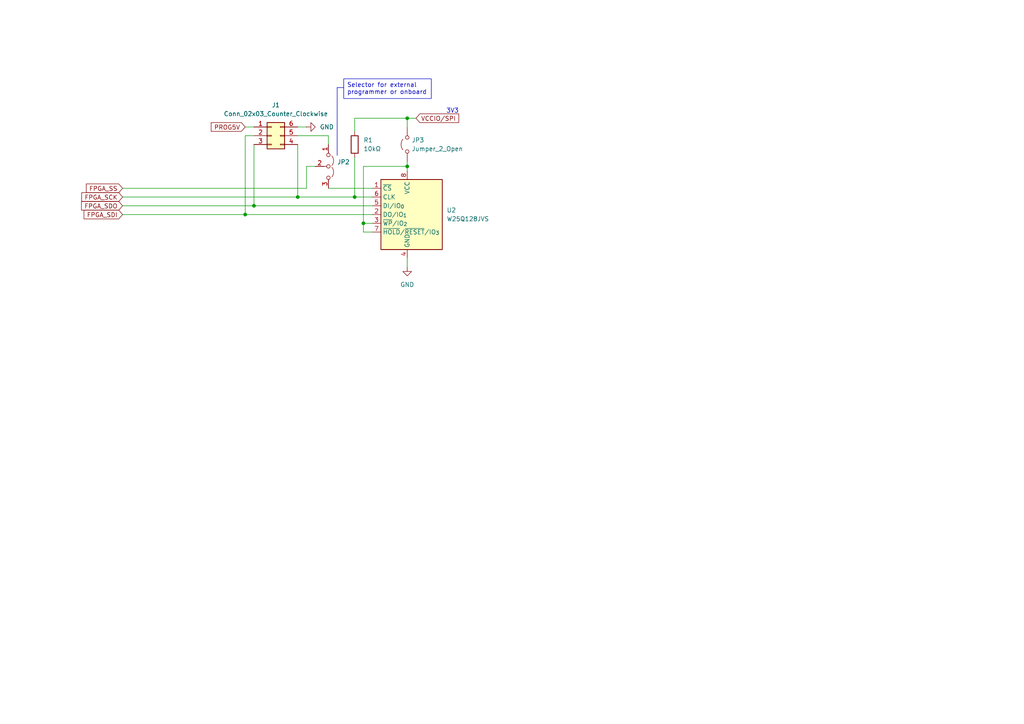
<source format=kicad_sch>
(kicad_sch (version 20250114) (generator "eeschema") (generator_version "9.0")
  (paper "A4")
  (lib_symbols
    (symbol "Connector_Generic:Conn_02x03_Counter_Clockwise" (pin_names (offset 1.016) (hide yes))
      (property "Reference" "J" (at 1.27 5.08 0))
      (property "Value" "Conn_02x03_Counter_Clockwise" (at 1.27 -5.08 0))
      (symbol "Conn_02x03_Counter_Clockwise_1_1"
        (rectangle (start -1.27 3.81) (end 3.81 -3.81) (stroke (width 0.254)) (fill (type background)))
        (rectangle (start -1.27 2.667) (end 0 2.413) (stroke (width 0.1524)))
        (rectangle (start -1.27 0.127) (end 0 -0.127) (stroke (width 0.1524)))
        (rectangle (start -1.27 -2.413) (end 0 -2.667) (stroke (width 0.1524)))
        (rectangle (start 3.81 2.667) (end 2.54 2.413) (stroke (width 0.1524)))
        (rectangle (start 3.81 0.127) (end 2.54 -0.127) (stroke (width 0.1524)))
        (rectangle (start 3.81 -2.413) (end 2.54 -2.667) (stroke (width 0.1524)))
        (pin passive line (at -5.08 2.54 0) (length 3.81) (name "Pin_1") (number "1"))
        (pin passive line (at -5.08 0 0) (length 3.81) (name "Pin_2") (number "2"))
        (pin passive line (at -5.08 -2.54 0) (length 3.81) (name "Pin_3") (number "3"))
        (pin passive line (at 7.62 2.54 180) (length 3.81) (name "Pin_6") (number "6"))
        (pin passive line (at 7.62 0 180) (length 3.81) (name "Pin_5") (number "5"))
        (pin passive line (at 7.62 -2.54 180) (length 3.81) (name "Pin_4") (number "4"))
      )
    )
    (symbol "Device:R" (pin_numbers (hide yes)) (pin_names (offset 0))
      (property "Reference" "R" (at 2.032 0 90))
      (property "Value" "R" (at 0 0 90))
      (symbol "R_0_1"
        (rectangle (start -1.016 -2.54) (end 1.016 2.54) (stroke (width 0.254)))
      )
      (symbol "R_1_1"
        (pin passive line (at 0 3.81 270) (length 1.27) (name "~") (number "1"))
        (pin passive line (at 0 -3.81 90) (length 1.27) (name "~") (number "2"))
      )
    )
    (symbol "Jumper:Jumper_2_Open" (pin_numbers (hide yes)) (pin_names (offset 0) (hide yes))
      (property "Reference" "JP" (at 0 2.794 0))
      (property "Value" "Jumper_2_Open" (at 0 -2.286 0))
      (symbol "Jumper_2_Open_0_0"
        (circle (center -2.032 0) (radius 0.508))
        (circle (center 2.032 0) (radius 0.508))
      )
      (symbol "Jumper_2_Open_0_1"
        (arc (start -1.524 1.27) (mid 0 1.778) (end 1.524 1.27))
      )
      (symbol "Jumper_2_Open_1_1"
        (pin passive line (at -5.08 0 0) (length 2.54) (name "A") (number "1"))
        (pin passive line (at 5.08 0 180) (length 2.54) (name "B") (number "2"))
      )
    )
    (symbol "Jumper:Jumper_3_Open" (pin_names (offset 0) (hide yes)) (in_bom no)
      (property "Reference" "JP" (at -2.54 -2.54 0))
      (property "Value" "Jumper_3_Open" (at 0 2.794 0))
      (symbol "Jumper_3_Open_0_0"
        (circle (center -3.302 0) (radius 0.508))
        (circle (center 0 0) (radius 0.508))
        (circle (center 3.302 0) (radius 0.508))
      )
      (symbol "Jumper_3_Open_0_1"
        (arc (start -3.048 1.016) (mid -1.651 1.4992) (end -0.254 1.016))
        (polyline (pts (xy 0 -0.508) (xy 0 -1.27)))
        (arc (start 0.254 1.016) (mid 1.651 1.4992) (end 3.048 1.016))
      )
      (symbol "Jumper_3_Open_1_1"
        (pin passive line (at -6.35 0 0) (length 2.54) (name "A") (number "1"))
        (pin passive line (at 0 -3.81 90) (length 2.54) (name "C") (number "2"))
        (pin passive line (at 6.35 0 180) (length 2.54) (name "B") (number "3"))
      )
    )
    (symbol "Memory_Flash:W25Q128JVS"
      (property "Reference" "U" (at -6.35 11.43 0))
      (property "Value" "W25Q128JVS" (at 7.62 11.43 0))
      (symbol "W25Q128JVS_0_1"
        (rectangle (start -7.62 10.16) (end 10.16 -10.16) (stroke (width 0.254)) (fill (type background)))
      )
      (symbol "W25Q128JVS_1_1"
        (pin input line (at -10.16 7.62 0) (length 2.54) (name "~{CS}") (number "1"))
        (pin input line (at -10.16 5.08 0) (length 2.54) (name "CLK") (number "6"))
        (pin bidirectional line (at -10.16 2.54 0) (length 2.54) (name "DI/IO_{0}") (number "5"))
        (pin bidirectional line (at -10.16 0 0) (length 2.54) (name "DO/IO_{1}") (number "2"))
        (pin bidirectional line (at -10.16 -2.54 0) (length 2.54) (name "~{WP}/IO_{2}") (number "3"))
        (pin bidirectional line (at -10.16 -5.08 0) (length 2.54) (name "~{HOLD}/~{RESET}/IO_{3}") (number "7"))
        (pin power_in line (at 0 12.7 270) (length 2.54) (name "VCC") (number "8"))
        (pin power_in line (at 0 -12.7 90) (length 2.54) (name "GND") (number "4"))
      )
    )
    (symbol "power:GND" (power) (pin_numbers (hide yes)) (pin_names (offset 0) (hide yes))
      (property "Value" "GND" (at 0 -3.81 0))
      (symbol "GND_0_1"
        (polyline (pts (xy 0 0) (xy 0 -1.27) (xy 1.27 -1.27) (xy 0 -2.54) (xy -1.27 -1.27) (xy 0 -1.27)))
      )
      (symbol "GND_1_1"
        (pin power_in line (at 0 0 270) (length 0) (name "~") (number "1"))
      )
    )
  )
  (text "3V3" (at 133.096 32.258 0) (effects (font (size 1.27 1.27)) (justify right)))
  (text_box "Selector for external programmer or onboard" (at 99.695 22.86 0) (size 25.4 5.715) (margins 0.9525 0.9525 0.9525 0.9525) (effects (font (size 1.27 1.27)) (justify left top)))
  (junction (at 118.11 34.29))
  (junction (at 105.41 64.77))
  (junction (at 71.12 62.23))
  (junction (at 102.87 57.15))
  (junction (at 73.66 59.69))
  (junction (at 118.11 48.26))
  (junction (at 86.36 57.15))
  (polyline (pts (xy 97.79 25.4) (xy 99.695 25.4)))
  (wire (pts (xy 105.41 67.31) (xy 107.95 67.31)))
  (wire (pts (xy 71.12 36.83) (xy 73.66 36.83)))
  (wire (pts (xy 102.87 57.15) (xy 107.95 57.15)))
  (polyline (pts (xy 97.79 45.085) (xy 97.79 25.4)))
  (wire (pts (xy 118.11 74.93) (xy 118.11 77.47)))
  (wire (pts (xy 102.87 45.72) (xy 102.87 57.15)))
  (wire (pts (xy 35.56 54.61) (xy 88.9 54.61)))
  (wire (pts (xy 71.12 62.23) (xy 107.95 62.23)))
  (wire (pts (xy 73.66 39.37) (xy 71.12 39.37)))
  (wire (pts (xy 118.11 48.26) (xy 118.11 49.53)))
  (wire (pts (xy 86.36 39.37) (xy 95.25 39.37)))
  (wire (pts (xy 86.36 36.83) (xy 88.9 36.83)))
  (wire (pts (xy 73.66 41.91) (xy 73.66 59.69)))
  (wire (pts (xy 35.56 57.15) (xy 86.36 57.15)))
  (wire (pts (xy 105.41 64.77) (xy 105.41 67.31)))
  (wire (pts (xy 95.25 39.37) (xy 95.25 41.91)))
  (wire (pts (xy 118.11 34.29) (xy 120.65 34.29)))
  (wire (pts (xy 105.41 48.26) (xy 118.11 48.26)))
  (wire (pts (xy 73.66 59.69) (xy 107.95 59.69)))
  (wire (pts (xy 105.41 48.26) (xy 105.41 64.77)))
  (wire (pts (xy 35.56 59.69) (xy 73.66 59.69)))
  (wire (pts (xy 86.36 41.91) (xy 86.36 57.15)))
  (wire (pts (xy 86.36 57.15) (xy 102.87 57.15)))
  (wire (pts (xy 88.9 54.61) (xy 88.9 48.26)))
  (wire (pts (xy 88.9 48.26) (xy 91.44 48.26)))
  (wire (pts (xy 118.11 46.99) (xy 118.11 48.26)))
  (wire (pts (xy 35.56 62.23) (xy 71.12 62.23)))
  (wire (pts (xy 105.41 64.77) (xy 107.95 64.77)))
  (wire (pts (xy 95.25 54.61) (xy 107.95 54.61)))
  (wire (pts (xy 118.11 36.83) (xy 118.11 34.29)))
  (wire (pts (xy 71.12 39.37) (xy 71.12 62.23)))
  (wire (pts (xy 102.87 34.29) (xy 118.11 34.29)))
  (wire (pts (xy 102.87 34.29) (xy 102.87 38.1)))
  (global_label "PROG5V" (shape input) (at 71.12 36.83 180) (property "Intersheetrefs" "${INTERSHEET_REFS}" (effects (hide yes))))
  (global_label "VCCIO{slash}SPI" (shape input) (at 120.65 34.29 0) (property "Intersheetrefs" "${INTERSHEET_REFS}" (effects (hide yes))))
  (global_label "FPGA_SCK" (shape input) (at 35.56 57.15 180) (property "Intersheetrefs" "${INTERSHEET_REFS}" (effects (hide yes))))
  (global_label "FPGA_SDI" (shape input) (at 35.56 62.23 180) (property "Intersheetrefs" "${INTERSHEET_REFS}" (effects (hide yes))))
  (global_label "FPGA_SDO" (shape input) (at 35.56 59.69 180) (property "Intersheetrefs" "${INTERSHEET_REFS}" (effects (hide yes))))
  (global_label "FPGA_SS" (shape input) (at 35.56 54.61 180) (property "Intersheetrefs" "${INTERSHEET_REFS}" (effects (hide yes))))
  (symbol (lib_id "power:GND") (at 118.11 77.47 0) (unit 1)
    (property "Reference" "#PWR015" (effects (hide yes)))
    (property "Value" "GND" (at 118.11 82.55 0))
    (property "Description" "Power symbol creates a global label with name \"GND\" , ground" (effects (hide yes)))
  )
  (symbol (lib_id "Memory_Flash:W25Q128JVS") (at 118.11 62.23 0) (unit 1)
    (property "Reference" "U2" (at 129.54 60.9599 0) (effects (justify left)))
    (property "Value" "W25Q128JVS" (at 129.54 63.4999 0) (effects (justify left)))
    (property "Footprint" "Package_SO:SOIC-8_5.3x5.3mm_P1.27mm" (effects (hide yes)))
    (property "Datasheet" "https://www.winbond.com/resource-files/w25q128jv_dtr%20revc%2003272018%20plus.pdf" (effects (hide yes)))
    (property "Description" "128Mbit / 16MiB Serial Flash Memory, Standard/Dual/Quad SPI, 2.7-3.6V, SOIC-8" (effects (hide yes)))
    (property "LCSC" "C2613930" (effects (hide yes)))
  )
  (symbol (lib_id "Jumper:Jumper_3_Open") (at 95.25 48.26 270) (unit 1) (in_bom no)
    (property "Reference" "JP2" (at 97.79 46.9899 90) (effects (justify left)))
    (property "Value" "Jumper_3_Open" (effects (hide yes)))
    (property "Footprint" "Connector_PinSocket_2.54mm:PinSocket_1x03_P2.54mm_Vertical" (effects (hide yes)))
    (property "Description" "Jumper, 3-pole, both open" (effects (hide yes)))
  )
  (symbol (lib_id "Device:R") (at 102.87 41.91 0) (unit 1)
    (property "Reference" "R1" (at 105.41 40.6399 0) (effects (justify left)))
    (property "Value" "10kΩ" (at 105.41 43.1799 0) (effects (justify left)))
    (property "Footprint" "Resistor_SMD:R_0603_1608Metric" (effects (hide yes)))
    (property "Description" "Resistor" (effects (hide yes)))
    (property "LCSC" "C25804" (effects (hide yes)))
  )
  (symbol (lib_id "power:GND") (at 88.9 36.83 90) (unit 1)
    (property "Reference" "#PWR024" (effects (hide yes)))
    (property "Value" "GND" (at 92.7567 36.8299 90) (effects (justify right)))
    (property "Description" "Power symbol creates a global label with name \"GND\" , ground" (effects (hide yes)))
  )
  (symbol (lib_id "Jumper:Jumper_2_Open") (at 118.11 41.91 90) (unit 1)
    (property "Reference" "JP3" (at 119.38 40.6399 90) (effects (justify right)))
    (property "Value" "Jumper_2_Open" (at 119.38 43.1799 90) (effects (justify right)))
    (property "Footprint" "Connector_PinSocket_2.54mm:PinSocket_1x02_P2.54mm_Vertical" (effects (hide yes)))
    (property "Description" "Jumper, 2-pole, open" (effects (hide yes)))
  )
  (symbol (lib_id "Connector_Generic:Conn_02x03_Counter_Clockwise") (at 78.74 39.37 0) (unit 1)
    (property "Reference" "J1" (at 80.01 30.48 0))
    (property "Value" "Conn_02x03_Counter_Clockwise" (at 80.01 33.02 0))
    (property "Footprint" "Connector_PinSocket_2.54mm:PinSocket_2x03_P2.54mm_Vertical" (effects (hide yes)))
    (property "Description" "Generic connector, double row, 02x03, counter clockwise pin numbering scheme (similar to DIP package numbering), script generated (kicad-library-utils/schlib/autogen/connector/)" (effects (hide yes)))
  )
)
</source>
